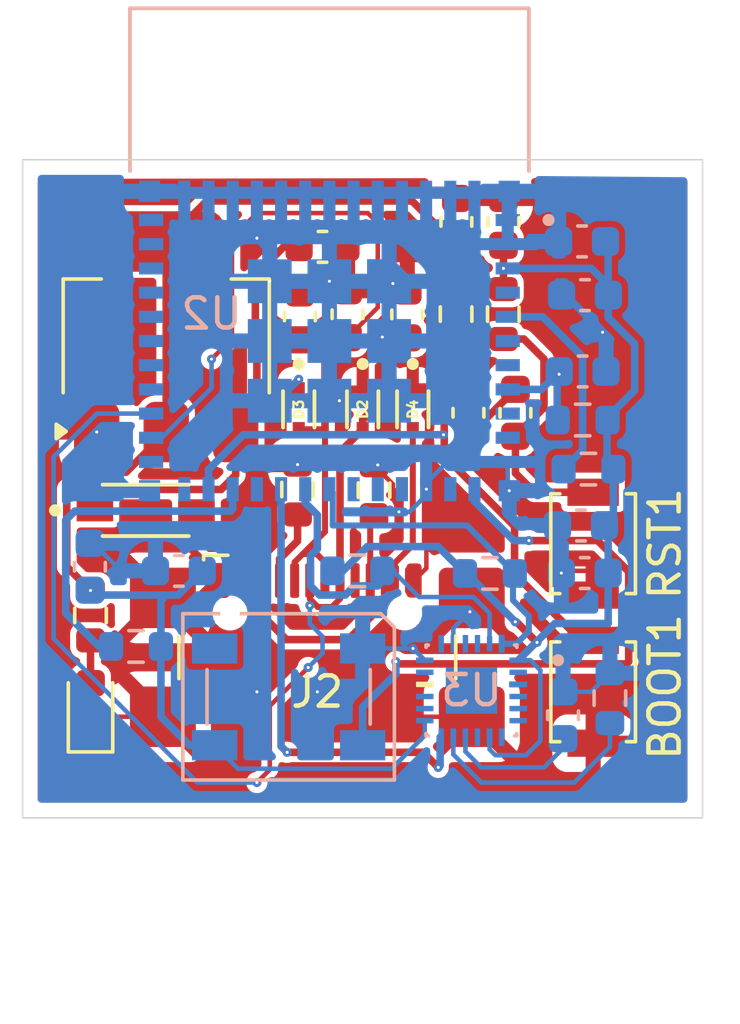
<source format=kicad_pcb>
(kicad_pcb (version 20241229) (generator "pcbnew") (generator_version "9.0")
  (layers (0 "F.Cu" signal) (2 "B.Cu" signal) (13 "F.Paste" user) (15 "B.Paste" user) (5 "F.SilkS" user "F.Silkscreen") (7 "B.SilkS" user "B.Silkscreen") (1 "F.Mask" user) (3 "B.Mask" user) (25 "Edge.Cuts" user))
  (net 0 "")
  (net 1 "GPIO9")
  (net 2 "GND")
  (net 3 "D-(2)")
  (net 4 "D+(1)")
  (net 5 "VDC")
  (net 6 "+3.3V")
  (net 7 "CHIP_PU(2)")
  (net 8 "Net-(C16-+)")
  (net 9 "Net-(D1-PadA)")
  (net 10 "Net-(D5-A)")
  (net 12 "RGB(2)")
  (net 14 "Net-(J2-CC2)")
  (net 16 "Net-(J2-CC1)")
  (net 17 "Net-(R7-+)")
  (net 18 "Net-(R8-+)")
  (net 19 "SCL")
  (net 20 "SDA")
  (net 21 "Net-(R11-+)")
  (net 39 "INT")
  (footprint "Capacitor_SMD:C_0603_1608Metric" (layer "F.Cu") (at 198.600452 54.461717 90)
    (property "Reference" "C6" (hide yes))
    (property "Value" "0u1F" (hide yes))
  )
  (footprint "Capacitor_SMD:C_0603_1608Metric" (layer "F.Cu") (at 195 57.515481 90)
    (property "Reference" "C1" (hide yes))
    (property "Value" "22pF" (hide yes))
  )
  (footprint "Resistor_SMD:R_0603_1608Metric" (layer "F.Cu") (at 198.591203 57.510109 90)
    (property "Reference" "R4" (hide yes))
    (property "Value" "10K" (hide yes))
  )
  (footprint "LED_SMD:LED_0603_1608Metric" (layer "F.Cu") (at 186.495375 70.502277 90)
    (property "Reference" "D5" (hide yes))
    (property "Value" "LED" (hide yes))
  )
  (footprint "Resistor_SMD:R_0603_1608Metric" (layer "F.Cu") (at 193.346258 63.311608 -90)
    (property "Reference" "R1" (hide yes))
    (property "Value" "5k1" (hide yes))
  )
  (footprint "Capacitor_SMD:C_0603_1608Metric" (layer "F.Cu") (at 200.158205 54.461717 90)
    (property "Reference" "C5" (hide yes))
    (property "Value" "10uF" (hide yes))
  )
  (footprint "Capacitor_SMD:C_0603_1608Metric" (layer "F.Cu") (at 200.55485 60.773504 90)
    (property "Reference" "C8" (hide yes))
    (property "Value" "0u1F" (hide yes))
  )
  (footprint "Button_Switch_SMD:SW_SPST_B3U-1000P" (layer "F.Cu") (at 203.126843 70 90)
    (property "Reference" "BOOT1")
    (property "Value" "SW_Push" (hide yes))
  )
  (footprint "Resistor_SMD:R_0603_1608Metric" (layer "F.Cu") (at 200.154442 57.510109 90)
    (property "Reference" "R5" (hide yes))
    (property "Value" "10K" (hide yes))
  )
  (footprint "Package_TO_SOT_SMD:SOT-223-3_TabPin2" (layer "F.Cu") (at 189 58.260372 90)
    (property "Reference" "U1" (hide yes))
    (property "Value" "AMS1117-3.3" (hide yes))
  )
  (footprint "Button_Switch_SMD:SW_SPST_B3U-1000P" (layer "F.Cu") (at 203.125295 65.102538 90)
    (property "Reference" "RST1")
    (property "Value" "SW_Push" (hide yes))
  )
  (footprint "Resistor_SMD:R_0603_1608Metric" (layer "F.Cu") (at 195.875266 63.333929 90)
    (property "Reference" "R12" (hide yes))
    (property "Value" "5k1" (hide yes))
  )
  (footprint "Resistor_SMD:R_0603_1608Metric" (layer "F.Cu") (at 186.495375 67.474635 -90)
    (property "Reference" "R3" (hide yes))
    (property "Value" "75R" (hide yes))
  )
  (footprint "Connector_USB:USB_C_Receptacle_GCT_USB4110" (layer "F.Cu") (at 194 70)
    (property "Reference" "J2")
    (property "Value" "USB_C_Receptacle_USB2.0_16P" (hide yes))
  )
  (footprint "LESD5D5.0CT1G:TVS_LESD5D5.0CT1G" (layer "F.Cu") (at 195.5 60.66 -90)
    (property "Reference" "D2")
    (property "Value" "LESD5D5.0CT1G" (hide yes))
  )
  (footprint "Capacitor_SMD:C_0603_1608Metric" (layer "F.Cu") (at 194.171819 55.287648)
    (property "Reference" "C3" (hide yes))
    (property "Value" "0u1F" (hide yes))
  )
  (footprint "Capacitor_SMD:C_0603_1608Metric" (layer "F.Cu") (at 193.423209 57.587013 90)
    (property "Reference" "C4" (hide yes))
    (property "Value" "10uF" (hide yes))
  )
  (footprint "1N5819HW-7-F:SOD3715X145N" (layer "F.Cu") (at 188.32 64)
    (property "Reference" "D1" (hide yes))
    (property "Value" "1N5819HW-7-F" (hide yes))
  )
  (footprint "LESD5D5.0CT1G:TVS_LESD5D5.0CT1G" (layer "F.Cu") (at 193.384814 60.66 -90)
    (property "Reference" "D3")
    (property "Value" "LESD5D5.0CT1G")
  )
  (footprint "LESD5D5.0CT1G:TVS_LESD5D5.0CT1G" (layer "F.Cu") (at 197.158483 60.66 -90)
    (property "Reference" "D4")
    (property "Value" "LESD5D5.0CT1G" (hide yes))
  )
  (footprint "Capacitor_SMD:C_0603_1608Metric" (layer "F.Cu") (at 196.975317 57.521192 90)
    (property "Reference" "C2" (hide yes))
    (property "Value" "22pF" (hide yes))
  )
  (footprint "Capacitor_SMD:C_0603_1608Metric" (layer "F.Cu") (at 199 60.775 -90)
    (property "Reference" "C7" (hide yes))
    (property "Value" "0u1F" (hide yes))
  )
  (footprint "Resistor_SMD:R_0603_1608Metric" (layer "B.Cu") (at 202.971192 62.636265)
    (property "Reference" "R7" (hide yes))
    (property "Value" "10K")
  )
  (footprint "ESP32-C3-MINI-1-N4:XCVR_ESP32-C3-MINI-1-N4" (layer "B.Cu") (at 194.4 55.7 180)
    (property "Reference" "U2")
    (property "Value" "ESP32-C3-MINI-1-N4" (hide yes))
  )
  (footprint "Resistor_SMD:R_0603_1608Metric" (layer "B.Cu") (at 203.681006 70.20791 90)
    (property "Reference" "R11" (hide yes))
    (property "Value" "10K" (hide yes))
  )
  (footprint "Capacitor_SMD:C_0603_1608Metric" (layer "B.Cu") (at 202.131641 70.775 90)
    (property "Reference" "C16" (hide yes))
    (property "Value" "100nF" (hide yes))
  )
  (footprint "Capacitor_SMD:C_0603_1608Metric" (layer "B.Cu") (at 202.848752 66.074048 180)
    (property "Reference" "C14" (hide yes))
    (property "Value" "1uF")
  )
  (footprint "Capacitor_SMD:C_0603_1608Metric" (layer "B.Cu") (at 202.779737 59.407614)
    (property "Reference" "C11" (hide yes))
    (property "Value" "1uF" (hide yes))
  )
  (footprint "Capacitor_SMD:C_0603_1608Metric" (layer "B.Cu") (at 186.475156 65.864708 90)
    (property "Reference" "C13" (hide yes))
    (property "Value" "1uF" (hide yes))
  )
  (footprint "Resistor_SMD:R_0603_1608Metric" (layer "B.Cu") (at 202.779737 61.012691)
    (property "Reference" "R6" (hide yes))
    (property "Value" "10K" (hide yes))
  )
  (footprint "LED_SMD:LED_SK6812_PLCC4_5.0x5.0mm_P3.2mm" (layer "B.Cu") (at 193.05 70.167133 180)
    (property "Reference" "D6" (hide yes))
    (property "Value" "SK6812" (hide yes))
  )
  (footprint "Resistor_SMD:R_0603_1608Metric" (layer "B.Cu") (at 188 68.5)
    (property "Reference" "R8" (hide yes))
    (property "Value" "10K" (hide yes))
  )
  (footprint "MPU-9250:QFN40P300X300X105-25N" (layer "B.Cu") (at 199.1 69.955 180)
    (property "Reference" "U3")
    (property "Value" "MPU-9250" (hide yes))
  )
  (footprint "Capacitor_SMD:C_0603_1608Metric" (layer "B.Cu") (at 202.725 64.5 180)
    (property "Reference" "C15" (hide yes))
    (property "Value" "100nF")
  )
  (footprint "Resistor_SMD:R_0603_1608Metric" (layer "B.Cu") (at 195.325 66 180)
    (property "Reference" "R9" (hide yes))
    (property "Value" "10K" (hide yes))
  )
  (footprint "Capacitor_SMD:C_0603_1608Metric" (layer "B.Cu") (at 202.856641 56.884814 180)
    (property "Reference" "C9" (hide yes))
    (property "Value" "0u1F" (hide yes))
  )
  (footprint "Capacitor_SMD:C_0603_1608Metric" (layer "B.Cu") (at 202.759518 55.107658 180)
    (property "Reference" "C12" (hide yes))
    (property "Value" "100nF" (hide yes))
  )
  (footprint "Resistor_SMD:R_0603_1608Metric" (layer "B.Cu") (at 199.710813 66.085825 180)
    (property "Reference" "R10" (hide yes))
    (property "Value" "10K")
  )
  (footprint "Capacitor_SMD:C_0603_1608Metric" (layer "B.Cu") (at 189.419606 66 180)
    (property "Reference" "C10" (hide yes))
    (property "Value" "10uF" (hide yes))
  )
  (gr_rect (start 184.247116 52.406361) (end 206.747116 74.168936) (stroke (width 0.05)) (fill no) (layer "Edge.Cuts"))
  (segment (start 199 60) (end 199 58.743906) (width 0.25) (layer "F.Cu") (net 1))
  (segment (start 198.199 62.196539) (end 198.199 60.801) (width 0.25) (layer "F.Cu") (net 1))
  (segment (start 200.526 64.523539) (end 198.199 62.196539) (width 0.25) (layer "F.Cu") (net 1))
  (segment (start 202.726843 68.3) (end 200.526 66.099157) (width 0.25) (layer "F.Cu") (net 1))
  (segment (start 198.199 60.801) (end 199 60) (width 0.25) (layer "F.Cu") (net 1))
  (segment (start 199 58.743906) (end 198.591203 58.335109) (width 0.25) (layer "F.Cu") (net 1))
  (segment (start 203.126843 68.3) (end 202.726843 68.3) (width 0.25) (layer "F.Cu") (net 1))
  (segment (start 200.526 66.099157) (end 200.526 64.523539) (width 0.25) (layer "F.Cu") (net 1))
  (via micro (at 198.175 61.5) (size 0.3) (drill 0.1) (layers "F.Cu" "B.Cu") (net 1))
  (segment (start 190.4 63.3) (end 190.4 62.65) (width 0.25) (layer "B.Cu") (net 1))
  (segment (start 190.4 62.65) (end 191.55 61.5) (width 0.25) (layer "B.Cu") (net 1))
  (segment (start 191.55 61.5) (end 198.175 61.5) (width 0.25) (layer "B.Cu") (net 1))
  (segment (start 195.5 60) (end 195.104333 60) (width 0.25) (layer "F.Cu") (net 2))
  (segment (start 199.003354 61.55) (end 200.55485 59.998504) (width 0.25) (layer "F.Cu") (net 2))
  (segment (start 195.991071 62.508929) (end 196 62.5) (width 0.15) (layer "F.Cu") (net 2))
  (segment (start 196.746192 56.746192) (end 196.5 56.5) (width 0.15) (layer "F.Cu") (net 2))
  (segment (start 197.608483 65.911517) (end 197.608483 63.3) (width 0.15) (layer "F.Cu") (net 2))
  (segment (start 202.1478 66) (end 202.073752 66.074048) (width 0.15) (layer "F.Cu") (net 2))
  (segment (start 195.5 60) (end 195.5 59.133699) (width 0.25) (layer "F.Cu") (net 2))
  (segment (start 192.812013 56.812013) (end 192.425 56.425) (width 0.15) (layer "F.Cu") (net 2))
  (segment (start 199 61.55) (end 199 62) (width 0.25) (layer "F.Cu") (net 2))
  (segment (start 203.125295 66.802538) (end 203.125295 66.125295) (width 0.15) (layer "F.Cu") (net 2))
  (segment (start 203.125295 66.125295) (end 203 66) (width 0.15) (layer "F.Cu") (net 2))
  (segment (start 201.926844 68.347362) (end 201.179872 67.60039) (width 0.15) (layer "F.Cu") (net 2))
  (segment (start 201.179872 67.60039) (end 201.179872 67.320128) (width 0.15) (layer "F.Cu") (net 2))
  (segment (start 195.5 59.133699) (end 196.150317 58.483382) (width 0.25) (layer "F.Cu") (net 2))
  (segment (start 199 62) (end 200.35 63.35) (width 0.25) (layer "F.Cu") (net 2))
  (segment (start 196.150317 58.483382) (end 196.150317 58.269594) (width 0.25) (layer "F.Cu") (net 2))
  (segment (start 196.5 63.5) (end 196.700266 63.700266) (width 0.15) (layer "F.Cu") (net 2))
  (segment (start 193.384814 60) (end 193 60) (width 0.15) (layer "F.Cu") (net 2))
  (segment (start 186.960152 70.825) (end 186.495375 71.289777) (width 0.15) (layer "F.Cu") (net 2))
  (segment (start 199 61.55) (end 199.003354 61.55) (width 0.25) (layer "F.Cu") (net 2))
  (segment (start 198.283 53.369265) (end 197 53.369265) (width 0.15) (layer "F.Cu") (net 2))
  (segment (start 197.2 66.32) (end 197.608483 65.911517) (width 0.15) (layer "F.Cu") (net 2))
  (segment (start 198.600452 53.686717) (end 198.283 53.369265) (width 0.15) (layer "F.Cu") (net 2))
  (segment (start 194 70) (end 194.825 70.825) (width 0.15) (layer "F.Cu") (net 2))
  (segment (start 196.700266 63.700266) (end 196.700266 64.05) (width 0.15) (layer "F.Cu") (net 2))
  (segment (start 194.012987 56.812013) (end 194.4 56.425) (width 0.15) (layer "F.Cu") (net 2))
  (segment (start 195.104333 60) (end 194.729333 60.375) (width 0.25) (layer "F.Cu") (net 2))
  (segment (start 193.423209 56.812013) (end 192.812013 56.812013) (width 0.15) (layer "F.Cu") (net 2))
  (segment (start 193.423209 56.812013) (end 194.012987 56.812013) (width 0.15) (layer "F.Cu") (net 2))
  (segment (start 196.5 63.133663) (end 196.5 63.5) (width 0.15) (layer "F.Cu") (net 2))
  (segment (start 195.104334 60) (end 194.729334 60.375) (width 0.25) (layer "F.Cu") (net 2))
  (segment (start 194.729334 60.375) (end 194.729333 60.375) (width 0.25) (layer "F.Cu") (net 2))
  (segment (start 195 56.740481) (end 194.715481 56.740481) (width 0.15) (layer "F.Cu") (net 2))
  (segment (start 194.946819 55.287648) (end 194.946819 55.878181) (width 0.15) (layer "F.Cu") (net 2))
  (segment (start 195.5 60) (end 195.104334 60) (width 0.25) (layer "F.Cu") (net 2))
  (segment (start 193 60) (end 192.5 60) (width 0.15) (layer "F.Cu") (net 2))
  (segment (start 195.875266 62.508929) (end 196.5 63.133663) (width 0.15) (layer "F.Cu") (net 2))
  (segment (start 194.946819 55.878181) (end 194.4 56.425) (width 0.15) (layer "F.Cu") (net 2))
  (segment (start 203 66) (end 202.1478 66) (width 0.15) (layer "F.Cu") (net 2))
  (segment (start 195.875266 62.508929) (end 195.991071 62.508929) (width 0.15) (layer "F.Cu") (net 2))
  (segment (start 196.975317 56.746192) (end 196.746192 56.746192) (width 0.15) (layer "F.Cu") (net 2))
  (segment (start 194.715481 56.740481) (end 194.4 56.425) (width 0.15) (layer "F.Cu") (net 2))
  (segment (start 188.89 70.825) (end 186.960152 70.825) (width 0.15) (layer "F.Cu") (net 2))
  (segment (start 194.825 70.825) (end 199.11 70.825) (width 0.15) (layer "F.Cu") (net 2))
  (via micro (at 192 70) (size 0.3) (drill 0.1) (layers "F.Cu" "B.Cu") (net 2))
  (via micro (at 199.04806 67.352598) (size 0.3) (drill 0.1) (layers "F.Cu" "B.Cu") (net 2))
  (via micro (at 196.5 56.5) (size 0.3) (drill 0.1) (layers "F.Cu" "B.Cu") (net 2))
  (via micro (at 196.150317 58.269594) (size 0.3) (drill 0.1) (layers "F.Cu" "B.Cu") (net 2))
  (via micro (at 194.729333 60.375) (size 0.3) (drill 0.1) (layers "F.Cu" "B.Cu") (net 2))
  (via micro (at 196.700266 64.05) (size 0.3) (drill 0.1) (layers "F.Cu" "B.Cu") (net 2))
  (via micro (at 197.608483 63.3) (size 0.3) (drill 0.1) (layers "F.Cu" "B.Cu") (net 2))
  (via micro (at 193.346258 62.486608) (size 0.3) (drill 0.1) (layers "F.Cu" "B.Cu") (net 2))
  (via micro (at 202.073752 66.074048) (size 0.3) (drill 0.1) (layers "F.Cu" "B.Cu") (net 2))
  (via micro (at 196 62.5) (size 0.3) (drill 0.1) (layers "F.Cu" "B.Cu") (net 2))
  (via micro (at 193.384814 59.664726) (size 0.3) (drill 0.1) (layers "F.Cu" "B.Cu") (net 2))
  (via micro (at 194.729333 60.375) (size 0.3) (drill 0.1) (layers "F.Cu" "B.Cu") (net 2))
  (via micro (at 192 55) (size 0.3) (drill 0.1) (layers "F.Cu" "B.Cu") (net 2))
  (via micro (at 203.439203 58.110955) (size 0.3) (drill 0.1) (layers "F.Cu" "B.Cu") (net 2))
  (via micro (at 194 70) (size 0.3) (drill 0.1) (layers "F.Cu" "B.Cu") (net 2))
  (via micro (at 201.926844 68.347362) (size 0.3) (drill 0.1) (layers "F.Cu" "B.Cu") (net 2))
  (via micro (at 200.35 63.35) (size 0.3) (drill 0.1) (layers "F.Cu" "B.Cu") (net 2))
  (via micro (at 197.167133 68.567133) (size 0.3) (drill 0.1) (layers "F.Cu" "B.Cu") (net 2))
  (via micro (at 194.4 56.425) (size 0.3) (drill 0.1) (layers "F.Cu" "B.Cu") (net 2))
  (via micro (at 192.425 56.425) (size 0.3) (drill 0.1) (layers "F.Cu" "B.Cu") (net 2))
  (via micro (at 186.7 61.410372) (size 0.3) (drill 0.1) (layers "F.Cu" "B.Cu") (net 2))
  (segment (start 201.95 53.45) (end 200.35 53.45) (width 0.15) (layer "B.Cu") (net 2))
  (segment (start 202.070671 54.752312) (end 202.070671 53.570671) (width 0.15) (layer "B.Cu") (net 2))
  (segment (start 192.425 58.4) (end 194.4 58.4) (width 0.25) (layer "B.Cu") (net 2))
  (segment (start 192.67454 60.375) (end 193.384814 59.664726) (width 0.25) (layer "B.Cu") (net 2))
  (segment (start 202.081641 56.884814) (end 202.213062 56.884814) (width 0.25) (layer "B.Cu") (net 2))
  (segment (start 202.131641 69.131641) (end 202 69) (width 0.15) (layer "B.Cu") (net 2))
  (segment (start 197.608483 63.491517) (end 197.608483 63.3) (width 0.15) (layer "B.Cu") (net 2))
  (segment (start 203.554737 58.226489) (end 203.439203 58.110955) (width 0.25) (layer "B.Cu") (net 2))
  (segment (start 196.375 56.425) (end 196.375 60.375) (width 0.25) (layer "B.Cu") (net 2))
  (segment (start 192.425 60.375) (end 192.67454 60.375) (width 0.25) (layer "B.Cu") (net 2))
  (segment (start 188.45 63.35) (end 187.85 63.35) (width 0.25) (layer "B.Cu") (net 2))
  (segment (start 187.5 66) (end 188.644606 66) (width 0.15) (layer "B.Cu") (net 2))
  (segment (start 200.3 62.4) (end 200.3 63.3) (width 0.15) (layer "B.Cu") (net 2))
  (segment (start 197.608483 63.091517) (end 197.608483 63.3) (width 0.15) (layer "B.Cu") (net 2))
  (segment (start 197.555 68.955) (end 197.167133 68.567133) (width 0.15) (layer "B.Cu") (net 2))
  (segment (start 186.589708 65.089708) (end 187.5 66) (width 0.15) (layer "B.Cu") (net 2))
  (segment (start 192.425 56.425) (end 196.375 56.425) (width 0.25) (layer "B.Cu") (net 2))
  (segment (start 194.4 58.4) (end 194.4 56.425) (width 0.25) (layer "B.Cu") (net 2))
  (segment (start 202 69) (end 202 68.420518) (width 0.15) (layer "B.Cu") (net 2))
  (segment (start 200.3 63.3) (end 200.35 63.35) (width 0.15) (layer "B.Cu") (net 2))
  (segment (start 198.3 62.4) (end 197.608483 63.091517) (width 0.15) (layer "B.Cu") (net 2))
  (segment (start 202.070671 53.570671) (end 201.95 53.45) (width 0.15) (layer "B.Cu") (net 2))
  (segment (start 194.4 58.4) (end 196.375 58.4) (width 0.25) (layer "B.Cu") (net 2))
  (segment (start 197.167133 68.567133) (end 195.5 68.567133) (width 0.15) (layer "B.Cu") (net 2))
  (segment (start 196.700266 64.05) (end 197.05 64.05) (width 0.15) (layer "B.Cu") (net 2))
  (segment (start 202 68.420518) (end 201.926844 68.347362) (width 0.15) (layer "B.Cu") (net 2))
  (segment (start 198.5 67.900658) (end 199.04806 67.352598) (width 0.15) (layer "B.Cu") (net 2))
  (segment (start 196.375 60.375) (end 192.425 60.375) (width 0.25) (layer "B.Cu") (net 2))
  (segment (start 198.5 68.41) (end 198.5 67.900658) (width 0.15) (layer "B.Cu") (net 2))
  (segment (start 187.85 63.35) (end 186.7 62.2) (width 0.25) (layer "B.Cu") (net 2))
  (segment (start 200.3 62.4) (end 198.3 62.4) (width 0.15) (layer "B.Cu") (net 2))
  (segment (start 186.7 62.2) (end 186.7 61.410372) (width 0.25) (layer "B.Cu") (net 2))
  (segment (start 203.554737 59.407614) (end 203.554737 58.226489) (width 0.25) (layer "B.Cu") (net 2))
  (segment (start 198.5 68.5) (end 198.5 68.41) (width 0.15) (layer "B.Cu") (net 2))
  (segment (start 202.131641 70) (end 203.063916 70) (width 0.15) (layer "B.Cu") (net 2))
  (segment (start 192.425 60.375) (end 192.425 56.425) (width 0.25) (layer "B.Cu") (net 2))
  (segment (start 202.131641 70) (end 202.131641 69.131641) (width 0.15) (layer "B.Cu") (net 2))
  (segment (start 186.475156 65.089708) (end 186.589708 65.089708) (width 0.15) (layer "B.Cu") (net 2))
  (segment (start 192.425 55.425) (end 192 55) (width 0.25) (layer "B.Cu") (net 2))
  (segment (start 192.425 56.425) (end 192.425 55.425) (width 0.25) (layer "B.Cu") (net 2))
  (segment (start 197.05 64.05) (end 197.608483 63.491517) (width 0.15) (layer "B.Cu") (net 2))
  (segment (start 202.213062 56.884814) (end 203.439203 58.110955) (width 0.25) (layer "B.Cu") (net 2))
  (segment (start 194.4 58.4) (end 194.4 60.375) (width 0.25) (layer "B.Cu") (net 2))
  (segment (start 203.063916 70) (end 203.681006 69.38291) (width 0.15) (layer "B.Cu") (net 2))
  (segment (start 196 54.5) (end 195.671265 54.171265) (width 0.15) (layer "F.Cu") (net 3))
  (segment (start 194.25 65.711176) (end 193.982824 65.444) (width 0.2) (layer "F.Cu") (net 3))
  (segment (start 195.671265 54.171265) (end 192 54.171265) (width 0.15) (layer "F.Cu") (net 3))
  (segment (start 193.517176 65.444) (end 193.25 65.711176) (width 0.2) (layer "F.Cu") (net 3))
  (segment (start 194.254333 61.4454) (end 194.128933 61.32) (width 0.2) (layer "F.Cu") (net 3))
  (segment (start 196 57.290481) (end 196 54.5) (width 0.15) (layer "F.Cu") (net 3))
  (segment (start 194.254333 61.4454) (end 194.254333 59.036148) (width 0.25) (layer "F.Cu") (net 3))
  (segment (start 191.176 58.324) (end 190.5 59) (width 0.15) (layer "F.Cu") (net 3))
  (segment (start 195 58.290481) (end 196 57.290481) (width 0.15) (layer "F.Cu") (net 3))
  (segment (start 193.25 65.711176) (end 193.25 66.32) (width 0.2) (layer "F.Cu") (net 3))
  (segment (start 194.254333 64.706843) (end 193.517176 65.444) (width 0.2) (layer "F.Cu") (net 3))
  (segment (start 191.176 54.995265) (end 191.176 58.324) (width 0.15) (layer "F.Cu") (net 3))
  (segment (start 194.254333 61.4454) (end 194.254333 64.706843) (width 0.2) (layer "F.Cu") (net 3))
  (segment (start 192 54.171265) (end 191.176 54.995265) (width 0.15) (layer "F.Cu") (net 3))
  (segment (start 193.982824 65.444) (end 193.517176 65.444) (width 0.2) (layer "F.Cu") (net 3))
  (segment (start 194.25 66.32) (end 194.25 65.711176) (width 0.2) (layer "F.Cu") (net 3))
  (segment (start 194.254333 59.036148) (end 195 58.290481) (width 0.25) (layer "F.Cu") (net 3))
  (segment (start 194.128933 61.32) (end 193.384814 61.32) (width 0.2) (layer "F.Cu") (net 3))
  (via micro (at 190.5 59) (size 0.3) (drill 0.1) (layers "F.Cu" "B.Cu") (net 3))
  (segment (start 188.852 61.6) (end 188.5 61.6) (width 0.15) (layer "B.Cu") (net 3))
  (segment (start 190.5 59) (end 190.5 59.952) (width 0.15) (layer "B.Cu") (net 3))
  (segment (start 190.5 59.952) (end 188.852 61.6) (width 0.15) (layer "B.Cu") (net 3))
  (segment (start 194.017176 67.196) (end 193.910588 67.089412) (width 0.2) (layer "F.Cu") (net 4))
  (segment (start 192.426 70.467823) (end 192.426 72.574) (width 0.15) (layer "F.Cu") (net 4))
  (segment (start 194.75 66.928824) (end 194.482824 67.196) (width 0.2) (layer "F.Cu") (net 4))
  (segment (start 193.751146 67.147001) (end 193.852999 67.147001) (width 0.15) (layer "F.Cu") (net 4))
  (segment (start 194.75 62.07) (end 194.75 66.32) (width 0.25) (layer "F.Cu") (net 4))
  (segment (start 196.975317 58.296192) (end 196.026 59.245509) (width 0.25) (layer "F.Cu") (net 4))
  (segment (start 194.482824 67.196) (end 194.017176 67.196) (width 0.2) (layer "F.Cu") (net 4))
  (segment (start 195.5 61) (end 195.5 61.32) (width 0.25) (layer "F.Cu") (net 4))
  (segment (start 196.026 60.474) (end 195.5 61) (width 0.25) (layer "F.Cu") (net 4))
  (segment (start 192.426 72.574) (end 192 73) (width 0.15) (layer "F.Cu") (net 4))
  (segment (start 195.5 61.32) (end 194.75 62.07) (width 0.25) (layer "F.Cu") (net 4))
  (segment (start 196.026 59.245509) (end 196.026 60.474) (width 0.25) (layer "F.Cu") (net 4))
  (segment (start 193.852999 67.147001) (end 193.910588 67.089412) (width 0.15) (layer "F.Cu") (net 4))
  (segment (start 193.696912 69.196912) (end 192.426 70.467823) (width 0.15) (layer "F.Cu") (net 4))
  (segment (start 193.910588 67.089412) (end 193.75 66.928824) (width 0.2) (layer "F.Cu") (net 4))
  (segment (start 194.75 66.32) (end 194.75 66.928824) (width 0.2) (layer "F.Cu") (net 4))
  (via micro (at 192 73) (size 0.3) (drill 0.1) (layers "F.Cu" "B.Cu") (net 4))
  (via micro (at 193.751146 67.147001) (size 0.3) (drill 0.1) (layers "F.Cu" "B.Cu") (net 4))
  (via micro (at 193.696912 69.196912) (size 0.3) (drill 0.1) (layers "F.Cu" "B.Cu") (net 4))
  (segment (start 188.5 60.8) (end 186.707917 60.8) (width 0.15) (layer "B.Cu") (net 4))
  (segment (start 186.707917 60.8) (end 185.273156 62.234761) (width 0.15) (layer "B.Cu") (net 4))
  (segment (start 193.696912 69.196912) (end 194.171819 68.722005) (width 0.15) (layer "B.Cu") (net 4))
  (segment (start 194.171819 68.171819) (end 193.751146 67.751146) (width 0.15) (layer "B.Cu") (net 4))
  (segment (start 185.273156 68.242289) (end 190.030867 73) (width 0.15) (layer "B.Cu") (net 4))
  (segment (start 193.751146 67.751146) (end 193.751146 67.147001) (width 0.15) (layer "B.Cu") (net 4))
  (segment (start 190.030867 73) (end 192 73) (width 0.15) (layer "B.Cu") (net 4))
  (segment (start 194.171819 68.722005) (end 194.171819 68.171819) (width 0.15) (layer "B.Cu") (net 4))
  (segment (start 185.273156 62.234761) (end 185.273156 68.242289) (width 0.15) (layer "B.Cu") (net 4))
  (segment (start 192.889186 55.287648) (end 193.396819 55.287648) (width 0.25) (layer "F.Cu") (net 5))
  (segment (start 191.949 56.227834) (end 192.889186 55.287648) (width 0.25) (layer "F.Cu") (net 5))
  (segment (start 191.949 58.241802) (end 191.949 56.227834) (width 0.25) (layer "F.Cu") (net 5))
  (segment (start 187.331 63.309) (end 190.819722 63.309) (width 0.25) (layer "F.Cu") (net 5))
  (segment (start 186.64 64) (end 187.331 63.309) (width 0.25) (layer "F.Cu") (net 5))
  (segment (start 192 58.431224) (end 192.069211 58.362013) (width 0.25) (layer "F.Cu") (net 5))
  (segment (start 191.3 61.410372) (end 192 60.710372) (width 0.25) (layer "F.Cu") (net 5))
  (segment (start 190.819722 63.309) (end 191.3 62.828722) (width 0.25) (layer "F.Cu") (net 5))
  (segment (start 192 60.710372) (end 192 58.431224) (width 0.25) (layer "F.Cu") (net 5))
  (segment (start 192.137987 58.362013) (end 193.423209 58.362013) (width 0.25) (layer "F.Cu") (net 5))
  (segment (start 191.3 62.828722) (end 191.3 61.410372) (width 0.25) (layer "F.Cu") (net 5))
  (segment (start 192 58.5) (end 192.137987 58.362013) (width 0.25) (layer "F.Cu") (net 5))
  (segment (start 192.069211 58.362013) (end 191.949 58.241802) (width 0.25) (layer "F.Cu") (net 5))
  (segment (start 186.64 64) (end 187 64) (width 0.25) (layer "F.Cu") (net 5))
  (segment (start 198.591203 55.245966) (end 198.600452 55.236717) (width 0.25) (layer "F.Cu") (net 6))
  (segment (start 200.549617 67.686013) (end 200.587282 67.686013) (width 0.25) (layer "F.Cu") (net 6))
  (segment (start 185.709 65.86326) (end 185.709 63.291) (width 0.25) (layer "F.Cu") (net 6))
  (segment (start 200.587282 67.686013) (end 201.268833 68.367564) (width 0.25) (layer "F.Cu") (net 6))
  (segment (start 200.158205 56.681346) (end 200.154442 56.685109) (width 0.25) (layer "F.Cu") (net 6))
  (segment (start 185.709 63.291) (end 186.263628 62.736372) (width 0.25) (layer "F.Cu") (net 6))
  (segment (start 187.674 62.736372) (end 189 61.410372) (width 0.25) (layer "F.Cu") (net 6))
  (segment (start 189 55.110372) (end 190.340107 53.770265) (width 0.25) (layer "F.Cu") (net 6))
  (segment (start 189 61.410372) (end 189 55.110372) (width 0.25) (layer "F.Cu") (net 6))
  (segment (start 190.340107 53.770265) (end 197.134 53.770265) (width 0.25) (layer "F.Cu") (net 6))
  (segment (start 198.591203 56.685109) (end 198.591203 55.245966) (width 0.25) (layer "F.Cu") (net 6))
  (segment (start 200.158205 55.236717) (end 200.158205 56) (width 0.25) (layer "F.Cu") (net 6))
  (segment (start 200.158205 56) (end 200.158205 56.681346) (width 0.25) (layer "F.Cu") (net 6))
  (segment (start 198.600452 55.236717) (end 200.158205 55.236717) (width 0.25) (layer "F.Cu") (net 6))
  (segment (start 186.495375 66.649635) (end 185.709 65.86326) (width 0.25) (layer "F.Cu") (net 6))
  (segment (start 200.154442 56.685109) (end 198.591203 56.685109) (width 0.25) (layer "F.Cu") (net 6))
  (segment (start 186.263628 62.736372) (end 187.674 62.736372) (width 0.25) (layer "F.Cu") (net 6))
  (segment (start 197.134 53.770265) (end 198.600452 55.236717) (width 0.25) (layer "F.Cu") (net 6))
  (via micro (at 186.495375 66.649635) (size 0.3) (drill 0.1) (layers "F.Cu" "B.Cu") (net 6))
  (via micro (at 201.268833 68.367564) (size 0.3) (drill 0.1) (layers "F.Cu" "B.Cu") (net 6))
  (via micro (at 200.158205 56) (size 0.3) (drill 0.1) (layers "F.Cu" "B.Cu") (net 6))
  (via micro (at 200.549617 67.686013) (size 0.3) (drill 0.1) (layers "F.Cu" "B.Cu") (net 6))
  (segment (start 186.475156 66.639708) (end 186.636448 66.801) (width 0.25) (layer "B.Cu") (net 6))
  (segment (start 194.85 66) (end 195.651 65.199) (width 0.25) (layer "B.Cu") (net 6))
  (segment (start 201.049978 68.955) (end 201.380641 69.285663) (width 0.15) (layer "B.Cu") (net 6))
  (segment (start 200.645 68.955) (end 201.049978 68.955) (width 0.15) (layer "B.Cu") (net 6))
  (segment (start 197.555 71.445) (end 196.456867 72.543133) (width 0.15) (layer "B.Cu") (net 6))
  (segment (start 189.767133 71.767133) (end 188.825 70.825) (width 0.25) (layer "B.Cu") (net 6))
  (segment (start 199.891022 72.096) (end 199.7 71.904978) (width 0.15) (layer "B.Cu") (net 6))
  (segment (start 203.623752 64.623752) (end 203.5 64.5) (width 0.25) (layer "B.Cu") (net 6))
  (segment (start 190.6 71.767133) (end 189.767133 71.767133) (width 0.25) (layer "B.Cu") (net 6))
  (segment (start 188.825 66.976) (end 189 66.801) (width 0.25) (layer "B.Cu") (net 6))
  (segment (start 203.620671 56.554239) (end 203.622143 56.555711) (width 0.25) (layer "B.Cu") (net 6))
  (segment (start 201.380641 71.619359) (end 200.904 72.096) (width 0.15) (layer "B.Cu") (net 6))
  (segment (start 203.796192 64.203808) (end 203.5 64.5) (width 0.25) (layer "B.Cu") (net 6))
  (segment (start 203.623752 67.740131) (end 201.862323 67.740131) (width 0.25) (layer "B.Cu") (net 6))
  (segment (start 203.622143 57.622143) (end 204.5 58.5) (width 0.25) (layer "B.Cu") (net 6))
  (segment (start 190.766646 71.705924) (end 190.827855 71.767133) (width 0.2) (layer "B.Cu") (net 6))
  (segment (start 204.5 60.030961) (end 203.586673 60.944288) (width 0.25) (layer "B.Cu") (net 6))
  (segment (start 189.393606 66.801) (end 190.194606 66) (width 0.25) (layer "B.Cu") (net 6))
  (segment (start 199.7 71.904978) (end 199.7 71.5) (width 0.15) (layer "B.Cu") (net 6))
  (segment (start 198.949429 66.085825) (end 200.549617 67.686013) (width 0.25) (layer "B.Cu") (net 6))
  (segment (start 201.862323 67.740131) (end 200.683454 68.919) (width 0.25) (layer "B.Cu") (net 6))
  (segment (start 203.586673 60.944288) (end 203.586673 62.413327) (width 0.25) (layer "B.Cu") (net 6))
  (segment (start 197.998988 65.199) (end 198.885813 66.085825) (width 0.25) (layer "B.Cu") (net 6))
  (segment (start 197.555 70.955) (end 197.555 71.445) (width 0.15) (layer "B.Cu") (net 6))
  (segment (start 191.376 72.543133) (end 190.6 71.767133) (width 0.15) (layer "B.Cu") (net 6))
  (segment (start 188.825 70.825) (end 188.825 68.5) (width 0.25) (layer "B.Cu") (net 6))
  (segment (start 189 66.801) (end 189.393606 66.801) (width 0.25) (layer "B.Cu") (net 6))
  (segment (start 198.885813 66.085825) (end 198.949429 66.085825) (width 0.25) (layer "B.Cu") (net 6))
  (segment (start 203.622143 56.555711) (end 203.622143 57.622143) (width 0.25) (layer "B.Cu") (net 6))
  (segment (start 201.380641 69.285663) (end 201.380641 71.619359) (width 0.15) (layer "B.Cu") (net 6))
  (segment (start 204.5 58.5) (end 204.5 60.030961) (width 0.25) (layer "B.Cu") (net 6))
  (segment (start 203.622143 56.555711) (end 203.066432 56) (width 0.25) (layer "B.Cu") (net 6))
  (segment (start 203.620671 54.752312) (end 203.620671 56.554239) (width 0.25) (layer "B.Cu") (net 6))
  (segment (start 195.651 65.199) (end 197.998988 65.199) (width 0.25) (layer "B.Cu") (net 6))
  (segment (start 186.636448 66.801) (end 189 66.801) (width 0.25) (layer "B.Cu") (net 6))
  (segment (start 203.796192 62.622846) (end 203.796192 64.203808) (width 0.25) (layer "B.Cu") (net 6))
  (segment (start 188.825 68.5) (end 188.825 66.976) (width 0.25) (layer "B.Cu") (net 6))
  (segment (start 203.623752 67.740131) (end 203.623752 66.074048) (width 0.25) (layer "B.Cu") (net 6))
  (segment (start 203.066432 56) (end 200.3 56) (width 0.25) (layer "B.Cu") (net 6))
  (segment (start 203.586673 62.413327) (end 203.796192 62.622846) (width 0.25) (layer "B.Cu") (net 6))
  (segment (start 196.456867 72.543133) (end 191.376 72.543133) (width 0.15) (layer "B.Cu") (net 6))
  (segment (start 203.623752 66.074048) (end 203.623752 64.623752) (width 0.25) (layer "B.Cu") (net 6))
  (segment (start 200.904 72.096) (end 199.891022 72.096) (width 0.15) (layer "B.Cu") (net 6))
  (segment (start 200.55485 62.770307) (end 200.55485 61.548504) (width 0.25) (layer "F.Cu") (net 7))
  (segment (start 201.5 59.5) (end 201.5 59) (width 0.25) (layer "F.Cu") (net 7))
  (segment (start 201.5 59) (end 200.835109 58.335109) (width 0.25) (layer "F.Cu") (net 7))
  (segment (start 201.5 59.5) (end 202 59.5) (width 0.25) (layer "F.Cu") (net 7))
  (segment (start 200.55485 61.548504) (end 201.5 60.603354) (width 0.25) (layer "F.Cu") (net 7))
  (segment (start 201.5 60.603354) (end 201.5 59.5) (width 0.25) (layer "F.Cu") (net 7))
  (segment (start 200.835109 58.335109) (end 200.154442 58.335109) (width 0.25) (layer "F.Cu") (net 7))
  (segment (start 201.187081 63.402538) (end 200.55485 62.770307) (width 0.25) (layer "F.Cu") (net 7))
  (segment (start 203.125295 63.402538) (end 201.187081 63.402538) (width 0.25) (layer "F.Cu") (net 7))
  (via micro (at 202 59.5) (size 0.3) (drill 0.1) (layers "F.Cu" "B.Cu") (net 7))
  (segment (start 202 59.412351) (end 202.004737 59.407614) (width 0.25) (layer "B.Cu") (net 7))
  (segment (start 201.936673 59.563327) (end 202 59.5) (width 0.25) (layer "B.Cu") (net 7))
  (segment (start 201.412351 60) (end 200.3 60) (width 0.25) (layer "B.Cu") (net 7))
  (segment (start 202.004737 59.407614) (end 201.412351 60) (width 0.25) (layer "B.Cu") (net 7))
  (segment (start 201.936673 60.944288) (end 201.936673 59.563327) (width 0.25) (layer "B.Cu") (net 7))
  (segment (start 202 59.5) (end 202 59.412351) (width 0.25) (layer "B.Cu") (net 7))
  (segment (start 201.5 72.5) (end 202.131641 71.868359) (width 0.15) (layer "B.Cu") (net 8))
  (segment (start 198.9 71.975688) (end 199.424312 72.5) (width 0.15) (layer "B.Cu") (net 8))
  (segment (start 202.131641 71.868359) (end 202.131641 71.55) (width 0.15) (layer "B.Cu") (net 8))
  (segment (start 199.424312 72.5) (end 201.5 72.5) (width 0.15) (layer "B.Cu") (net 8))
  (segment (start 198.9 71.5) (end 198.9 71.975688) (width 0.15) (layer "B.Cu") (net 8))
  (segment (start 197.158483 65.144549) (end 196.4 65.903032) (width 0.2) (layer "F.Cu") (net 9))
  (segment (start 190 64.818731) (end 190.431684 65.250415) (width 0.25) (layer "F.Cu") (net 9))
  (segment (start 192.979111 68.27411) (end 195.019526 68.27411) (width 0.25) (layer "F.Cu") (net 9))
  (segment (start 191.6 65.745001) (end 191.6 66.894999) (width 0.25) (layer "F.Cu") (net 9))
  (segment (start 191.105414 65.250415) (end 191.6 65.745001) (width 0.25) (layer "F.Cu") (net 9))
  (segment (start 190 64) (end 190 64.818731) (width 0.25) (layer "F.Cu") (net 9))
  (segment (start 191.6 66.894999) (end 192.979111 68.27411) (width 0.25) (layer "F.Cu") (net 9))
  (segment (start 196.4 66.893636) (end 196.4 66.32) (width 0.25) (layer "F.Cu") (net 9))
  (segment (start 195.019526 68.27411) (end 196.4 66.893636) (width 0.25) (layer "F.Cu") (net 9))
  (segment (start 196.4 65.903032) (end 196.4 66.32) (width 0.2) (layer "F.Cu") (net 9))
  (segment (start 197.158483 61.32) (end 197.158483 65.144549) (width 0.2) (layer "F.Cu") (net 9))
  (segment (start 190.431684 65.250415) (end 191.105414 65.250415) (width 0.25) (layer "F.Cu") (net 9))
  (segment (start 186.495375 69.714777) (end 186.495375 68.299635) (width 0.25) (layer "F.Cu") (net 10))
  (segment (start 196.676002 69.076) (end 204.226843 69.076) (width 0.25) (layer "F.Cu") (net 12))
  (segment (start 204.302843 66.028086) (end 203.274757 65) (width 0.25) (layer "F.Cu") (net 12))
  (segment (start 204.226843 69.076) (end 204.302843 69) (width 0.25) (layer "F.Cu") (net 12))
  (segment (start 196.600002 69) (end 196.676002 69.076) (width 0.25) (layer "F.Cu") (net 12))
  (segment (start 203.274757 65) (end 201.001 65) (width 0.25) (layer "F.Cu") (net 12))
  (segment (start 204.302843 69) (end 204.302843 66.028086) (width 0.25) (layer "F.Cu") (net 12))
  (via micro (at 196.600002 69) (size 0.3) (drill 0.1) (layers "F.Cu" "B.Cu") (net 12))
  (via micro (at 201.001 65) (size 0.3) (drill 0.1) (layers "F.Cu" "B.Cu") (net 12))
  (segment (start 196 70) (end 196.600002 69.399998) (width 0.25) (layer "B.Cu") (net 12))
  (segment (start 200.5 65) (end 199.2 63.7) (width 0.25) (layer "B.Cu") (net 12))
  (segment (start 195.5 71.767133) (end 195.5 70.5) (width 0.25) (layer "B.Cu") (net 12))
  (segment (start 199.2 63.7) (end 199.2 63.3) (width 0.25) (layer "B.Cu") (net 12))
  (segment (start 201.001 65) (end 200.5 65) (width 0.25) (layer "B.Cu") (net 12))
  (segment (start 195.5 70.5) (end 196 70) (width 0.25) (layer "B.Cu") (net 12))
  (segment (start 196.600002 69.399998) (end 196.600002 69) (width 0.25) (layer "B.Cu") (net 12))
  (segment (start 195.75 64.325) (end 195.75 66.32) (width 0.2) (layer "F.Cu") (net 14))
  (segment (start 192.75 65.608721) (end 193.346258 65.012464) (width 0.25) (layer "F.Cu") (net 16))
  (segment (start 192.75 66.32) (end 192.75 65.608721) (width 0.25) (layer "F.Cu") (net 16))
  (segment (start 193.346258 65.012464) (end 193.346258 64.136608) (width 0.25) (layer "F.Cu") (net 16))
  (segment (start 201.457589 57.6) (end 200.3 57.6) (width 0.25) (layer "B.Cu") (net 17))
  (segment (start 202.282457 62.5) (end 202.779737 62.00272) (width 0.25) (layer "B.Cu") (net 17))
  (segment (start 202.779737 58.922148) (end 201.457589 57.6) (width 0.25) (layer "B.Cu") (net 17))
  (segment (start 202.779737 62.00272) (end 202.779737 58.922148) (width 0.25) (layer "B.Cu") (net 17))
  (segment (start 186.775 68.5) (end 185.674156 67.399156) (width 0.25) (layer "B.Cu") (net 18))
  (segment (start 191.124 64.026) (end 191.2 63.95) (width 0.25) (layer "B.Cu") (net 18))
  (segment (start 185.974 64.026) (end 191.124 64.026) (width 0.25) (layer "B.Cu") (net 18))
  (segment (start 185.674156 64.325844) (end 185.974 64.026) (width 0.25) (layer "B.Cu") (net 18))
  (segment (start 185.674156 67.399156) (end 185.674156 64.325844) (width 0.25) (layer "B.Cu") (net 18))
  (segment (start 191.2 63.95) (end 191.2 63.3) (width 0.25) (layer "B.Cu") (net 18))
  (segment (start 187.175 68.5) (end 186.775 68.5) (width 0.25) (layer "B.Cu") (net 18))
  (segment (start 194 64.152) (end 194 65.275582) (width 0.25) (layer "B.Cu") (net 19))
  (segment (start 194 65.275582) (end 193.774 65.501582) (width 0.25) (layer "B.Cu") (net 19))
  (segment (start 195.224418 66.5) (end 196 66.5) (width 0.25) (layer "B.Cu") (net 19))
  (segment (start 194.076582 66.801) (end 194.923418 66.801) (width 0.25) (layer "B.Cu") (net 19))
  (segment (start 199.7 67.403496) (end 199.161959 66.865455) (width 0.15) (layer "B.Cu") (net 19))
  (segment (start 199.161959 66.865455) (end 197.365455 66.865455) (width 0.15) (layer "B.Cu") (net 19))
  (segment (start 193.6 63.752) (end 194 64.152) (width 0.25) (layer "B.Cu") (net 19))
  (segment (start 193.774 66.498418) (end 193.775582 66.5) (width 0.25) (layer "B.Cu") (net 19))
  (segment (start 197.365455 66.865455) (end 196.5 66) (width 0.15) (layer "B.Cu") (net 19))
  (segment (start 199.7 68.41) (end 199.7 67.403496) (width 0.15) (layer "B.Cu") (net 19))
  (segment (start 194.923418 66.801) (end 195.224418 66.5) (width 0.25) (layer "B.Cu") (net 19))
  (segment (start 193.774 65.501582) (end 193.774 66.498418) (width 0.25) (layer "B.Cu") (net 19))
  (segment (start 193.6 63.3) (end 193.6 63.752) (width 0.25) (layer "B.Cu") (net 19))
  (segment (start 193.775582 66.5) (end 194.076582 66.801) (width 0.25) (layer "B.Cu") (net 19))
  (segment (start 196 66.5) (end 196.5 66) (width 0.25) (layer "B.Cu") (net 19))
  (segment (start 200.535813 66.085825) (end 200.474994 66.146644) (width 0.2) (layer "B.Cu") (net 20))
  (segment (start 194.4 63.3) (end 194.510109 63.410109) (width 0.2) (layer "B.Cu") (net 20))
  (segment (start 201 67.5) (end 201 68) (width 0.2) (layer "B.Cu") (net 20))
  (segment (start 201 68) (end 200.59 68.41) (width 0.2) (layer "B.Cu") (net 20))
  (segment (start 200.59 68.41) (end 200.111 68.41) (width 0.2) (layer "B.Cu") (net 20))
  (segment (start 200.474994 66.974994) (end 201 67.5) (width 0.2) (layer "B.Cu") (net 20))
  (segment (start 198.949988 64.5) (end 200.535813 66.085825) (width 0.2) (layer "B.Cu") (net 20))
  (segment (start 200.474994 66.146644) (end 200.474994 66.974994) (width 0.2) (layer "B.Cu") (net 20))
  (segment (start 194.510109 64.5) (end 198.949988 64.5) (width 0.2) (layer "B.Cu") (net 20))
  (segment (start 194.510109 63.410109) (end 194.510109 64.5) (width 0.2) (layer "B.Cu") (net 20))
  (segment (start 199.427924 73) (end 202.5 73) (width 0.15) (layer "B.Cu") (net 21))
  (segment (start 203.681006 71.818994) (end 203.681006 71.03291) (width 0.15) (layer "B.Cu") (net 21))
  (segment (start 198.5 71.5) (end 198.5 72.072076) (width 0.15) (layer "B.Cu") (net 21))
  (segment (start 202.5 73) (end 203.681006 71.818994) (width 0.15) (layer "B.Cu") (net 21))
  (segment (start 198.5 72.072076) (end 199.427924 73) (width 0.15) (layer "B.Cu") (net 21))
  (segment (start 193 72) (end 197.5 72) (width 0.25) (layer "F.Cu") (net 39))
  (segment (start 197.5 72) (end 198 72.5) (width 0.25) (layer "F.Cu") (net 39))
  (via micro (at 193 72) (size 0.3) (drill 0.1) (layers "F.Cu" "B.Cu") (net 39))
  (via micro (at 198 72.5) (size 0.3) (drill 0.1) (layers "F.Cu" "B.Cu") (net 39))
  (segment (start 192.8 63.3) (end 192.8 71.8) (width 0.25) (layer "B.Cu") (net 39))
  (segment (start 198 72.5) (end 198.064 72.436) (width 0.25) (layer "B.Cu") (net 39))
  (segment (start 192.8 71.8) (end 193 72) (width 0.25) (layer "B.Cu") (net 39))
  (segment (start 198.064 72.436) (end 198.064 71.5) (width 0.25) (layer "B.Cu") (net 39))
  (zone (net 2) (net_name "GND") (layer "F.Cu") (name "GND") (connect_pads (clearance 0)) (min_thickness 0.25) (fill yes (thermal_gap 0.5) (thermal_bridge_width 0.5) (island_removal_mode 1) (island_area_min 10))
    (polygon (pts (xy 207 53) (xy 183.942144 53.039813) (xy 184 78.5) (xy 207 78.5)))
  )
  (zone (net 2) (net_name "GND") (layer "B.Cu") (name "GND") (priority 1) (connect_pads (clearance 0)) (min_thickness 0.25) (fill yes (thermal_gap 0.5) (thermal_bridge_width 0.5))
    (polygon (pts (xy 183.5 81) (xy 208 81) (xy 208 53) (xy 183.5 52.8)))
  )
)
</source>
